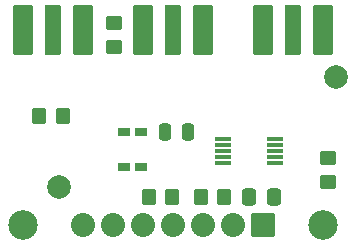
<source format=gbr>
%TF.GenerationSoftware,KiCad,Pcbnew,8.99.0-unknown-7774a43762~178~ubuntu22.04.1*%
%TF.CreationDate,2024-05-27T17:10:49+05:30*%
%TF.ProjectId,Adafruit Si5351A,41646166-7275-4697-9420-536935333531,rev?*%
%TF.SameCoordinates,Original*%
%TF.FileFunction,Soldermask,Top*%
%TF.FilePolarity,Negative*%
%FSLAX46Y46*%
G04 Gerber Fmt 4.6, Leading zero omitted, Abs format (unit mm)*
G04 Created by KiCad (PCBNEW 8.99.0-unknown-7774a43762~178~ubuntu22.04.1) date 2024-05-27 17:10:49*
%MOMM*%
%LPD*%
G01*
G04 APERTURE LIST*
G04 Aperture macros list*
%AMRoundRect*
0 Rectangle with rounded corners*
0 $1 Rounding radius*
0 $2 $3 $4 $5 $6 $7 $8 $9 X,Y pos of 4 corners*
0 Add a 4 corners polygon primitive as box body*
4,1,4,$2,$3,$4,$5,$6,$7,$8,$9,$2,$3,0*
0 Add four circle primitives for the rounded corners*
1,1,$1+$1,$2,$3*
1,1,$1+$1,$4,$5*
1,1,$1+$1,$6,$7*
1,1,$1+$1,$8,$9*
0 Add four rect primitives between the rounded corners*
20,1,$1+$1,$2,$3,$4,$5,0*
20,1,$1+$1,$4,$5,$6,$7,0*
20,1,$1+$1,$6,$7,$8,$9,0*
20,1,$1+$1,$8,$9,$2,$3,0*%
G04 Aperture macros list end*
%ADD10RoundRect,0.050800X-0.762000X-2.032000X0.762000X-2.032000X0.762000X2.032000X-0.762000X2.032000X0*%
%ADD11RoundRect,0.050800X-0.635000X-2.032000X0.635000X-2.032000X0.635000X2.032000X-0.635000X2.032000X0*%
%ADD12RoundRect,0.250000X0.450000X-0.350000X0.450000X0.350000X-0.450000X0.350000X-0.450000X-0.350000X0*%
%ADD13RoundRect,0.250000X-0.450000X0.350000X-0.450000X-0.350000X0.450000X-0.350000X0.450000X0.350000X0*%
%ADD14C,2.000000*%
%ADD15RoundRect,0.250000X-0.350000X-0.450000X0.350000X-0.450000X0.350000X0.450000X-0.350000X0.450000X0*%
%ADD16C,2.500000*%
%ADD17RoundRect,0.250000X0.350000X0.450000X-0.350000X0.450000X-0.350000X-0.450000X0.350000X-0.450000X0*%
%ADD18RoundRect,0.050800X-0.965200X0.965200X-0.965200X-0.965200X0.965200X-0.965200X0.965200X0.965200X0*%
%ADD19C,2.032000*%
%ADD20RoundRect,0.250000X-0.337500X-0.475000X0.337500X-0.475000X0.337500X0.475000X-0.337500X0.475000X0*%
%ADD21R,1.000000X0.800000*%
%ADD22RoundRect,0.250000X-0.250000X-0.475000X0.250000X-0.475000X0.250000X0.475000X-0.250000X0.475000X0*%
%ADD23R,1.400000X0.300000*%
G04 APERTURE END LIST*
D10*
%TO.C,X3*%
X156121100Y-96748600D03*
X161201100Y-96748600D03*
D11*
X158661100Y-96748600D03*
%TD*%
D12*
%TO.C,R5*%
X161610000Y-109570000D03*
X161610000Y-107570000D03*
%TD*%
D13*
%TO.C,R2*%
X143500000Y-96120000D03*
X143500000Y-98120000D03*
%TD*%
D14*
%TO.C,FID2*%
X138810000Y-109990000D03*
%TD*%
D15*
%TO.C,R1*%
X137160000Y-103990000D03*
X139160000Y-103990000D03*
%TD*%
%TO.C,R4*%
X150825000Y-110850000D03*
X152825000Y-110850000D03*
%TD*%
D16*
%TO.C,H2*%
X161201100Y-113258600D03*
%TD*%
%TO.C,H1*%
X135801100Y-113258600D03*
%TD*%
D10*
%TO.C,X2*%
X145961100Y-96748600D03*
X151041100Y-96748600D03*
D11*
X148501100Y-96748600D03*
%TD*%
D17*
%TO.C,R3*%
X148431000Y-110871000D03*
X146431000Y-110871000D03*
%TD*%
D18*
%TO.C,JP1*%
X156121100Y-113258600D03*
D19*
X153581100Y-113258600D03*
X151041100Y-113258600D03*
X148501100Y-113258600D03*
X145961100Y-113258600D03*
X143421100Y-113258600D03*
X140881100Y-113258600D03*
%TD*%
D20*
%TO.C,C1*%
X154942500Y-110850000D03*
X157017500Y-110850000D03*
%TD*%
D21*
%TO.C,Y1*%
X145770000Y-108347500D03*
X145770000Y-105327500D03*
X144370000Y-105327500D03*
X144370000Y-108347500D03*
%TD*%
D10*
%TO.C,X1*%
X135801100Y-96748600D03*
X140881100Y-96748600D03*
D11*
X138341100Y-96748600D03*
%TD*%
D22*
%TO.C,C2*%
X147830000Y-105330000D03*
X149730000Y-105330000D03*
%TD*%
D14*
%TO.C,FID1*%
X162320000Y-100710000D03*
%TD*%
D23*
%TO.C,U1*%
X152680000Y-105950000D03*
X152680000Y-106450000D03*
X152680000Y-106950000D03*
X152680000Y-107450000D03*
X152680000Y-107950000D03*
X157080000Y-107950000D03*
X157080000Y-107450000D03*
X157080000Y-106950000D03*
X157080000Y-106450000D03*
X157080000Y-105950000D03*
%TD*%
M02*

</source>
